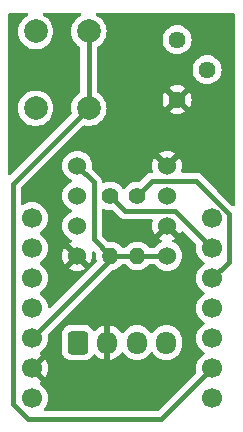
<source format=gbr>
%TF.GenerationSoftware,KiCad,Pcbnew,7.0.9*%
%TF.CreationDate,2024-03-04T02:30:35+09:00*%
%TF.ProjectId,Gyro_Backup,4779726f-5f42-4616-936b-75702e6b6963,rev?*%
%TF.SameCoordinates,Original*%
%TF.FileFunction,Copper,L2,Bot*%
%TF.FilePolarity,Positive*%
%FSLAX46Y46*%
G04 Gerber Fmt 4.6, Leading zero omitted, Abs format (unit mm)*
G04 Created by KiCad (PCBNEW 7.0.9) date 2024-03-04 02:30:35*
%MOMM*%
%LPD*%
G01*
G04 APERTURE LIST*
G04 Aperture macros list*
%AMRoundRect*
0 Rectangle with rounded corners*
0 $1 Rounding radius*
0 $2 $3 $4 $5 $6 $7 $8 $9 X,Y pos of 4 corners*
0 Add a 4 corners polygon primitive as box body*
4,1,4,$2,$3,$4,$5,$6,$7,$8,$9,$2,$3,0*
0 Add four circle primitives for the rounded corners*
1,1,$1+$1,$2,$3*
1,1,$1+$1,$4,$5*
1,1,$1+$1,$6,$7*
1,1,$1+$1,$8,$9*
0 Add four rect primitives between the rounded corners*
20,1,$1+$1,$2,$3,$4,$5,0*
20,1,$1+$1,$4,$5,$6,$7,0*
20,1,$1+$1,$6,$7,$8,$9,0*
20,1,$1+$1,$8,$9,$2,$3,0*%
G04 Aperture macros list end*
%TA.AperFunction,ComponentPad*%
%ADD10C,1.524000*%
%TD*%
%TA.AperFunction,ComponentPad*%
%ADD11C,1.700000*%
%TD*%
%TA.AperFunction,ComponentPad*%
%ADD12C,1.400000*%
%TD*%
%TA.AperFunction,ComponentPad*%
%ADD13O,1.400000X1.400000*%
%TD*%
%TA.AperFunction,ComponentPad*%
%ADD14RoundRect,0.250000X-0.600000X-0.725000X0.600000X-0.725000X0.600000X0.725000X-0.600000X0.725000X0*%
%TD*%
%TA.AperFunction,ComponentPad*%
%ADD15O,1.700000X1.950000*%
%TD*%
%TA.AperFunction,ComponentPad*%
%ADD16C,2.000000*%
%TD*%
%TA.AperFunction,ComponentPad*%
%ADD17C,1.440000*%
%TD*%
%TA.AperFunction,ViaPad*%
%ADD18C,0.800000*%
%TD*%
%TA.AperFunction,Conductor*%
%ADD19C,0.400000*%
%TD*%
G04 APERTURE END LIST*
D10*
%TO.P,U3,1,VCC*%
%TO.N,+3.3V*%
X142240000Y-78994000D03*
%TO.P,U3,2,SCL*%
%TO.N,SCL*%
X142240000Y-81534000D03*
%TO.P,U3,3,SDA*%
%TO.N,SDA*%
X142240000Y-84074000D03*
%TO.P,U3,4,SA0*%
%TO.N,GND*%
X142240000Y-86614000D03*
%TO.P,U3,5,GND*%
X149860000Y-78994000D03*
%TO.P,U3,6,INT1*%
X149860000Y-81534000D03*
%TO.P,U3,7,INT2*%
X149860000Y-84074000D03*
%TO.P,U3,8,CS*%
%TO.N,+3.3V*%
X149860000Y-86614000D03*
%TD*%
D11*
%TO.P,U2,1,PA02_A0_D0*%
%TO.N,Net-(U2-PA02_A0_D0)*%
X153669131Y-98666300D03*
%TO.P,U2,2,PA4_A1_D1*%
%TO.N,Net-(U2-PA4_A1_D1)*%
X153669131Y-96126300D03*
%TO.P,U2,3,PA10_A2_D2*%
%TO.N,unconnected-(U2-PA10_A2_D2-Pad3)*%
X153669131Y-93586300D03*
%TO.P,U2,4,PA11_A3_D3*%
%TO.N,unconnected-(U2-PA11_A3_D3-Pad4)*%
X153669131Y-91046300D03*
%TO.P,U2,5,PA8_A4_D4_SDA*%
%TO.N,SDA*%
X153669131Y-88506300D03*
%TO.P,U2,6,PA9_A5_D5_SCL*%
%TO.N,SCL*%
X153669131Y-85966300D03*
%TO.P,U2,7,PB08_A6_D6_TX*%
%TO.N,RX*%
X153669131Y-83426300D03*
%TO.P,U2,8,PB09_A7_D7_RX*%
%TO.N,TX*%
X138429131Y-83426300D03*
%TO.P,U2,9,PA7_A8_D8_SCK*%
%TO.N,unconnected-(U2-PA7_A8_D8_SCK-Pad9)*%
X138429131Y-85966300D03*
%TO.P,U2,10,PA5_A9_D9_MISO*%
%TO.N,unconnected-(U2-PA5_A9_D9_MISO-Pad10)*%
X138429131Y-88506300D03*
%TO.P,U2,11,PA6_A10_D10_MOSI*%
%TO.N,unconnected-(U2-PA6_A10_D10_MOSI-Pad11)*%
X138429131Y-91046300D03*
%TO.P,U2,12,3V3*%
%TO.N,+3.3V*%
X138429131Y-93586300D03*
%TO.P,U2,13,GND*%
%TO.N,GND*%
X138429131Y-96126300D03*
%TO.P,U2,14,5V*%
%TO.N,+5V*%
X138429131Y-98666300D03*
%TD*%
D12*
%TO.P,R2,1*%
%TO.N,SDA*%
X147320000Y-81534000D03*
D13*
%TO.P,R2,2*%
%TO.N,+3.3V*%
X147320000Y-86614000D03*
%TD*%
D12*
%TO.P,R1,1*%
%TO.N,SCL*%
X145034000Y-81534000D03*
D13*
%TO.P,R1,2*%
%TO.N,+3.3V*%
X145034000Y-86614000D03*
%TD*%
D14*
%TO.P,J1,1,Pin_1*%
%TO.N,+5V*%
X142300000Y-93959000D03*
D15*
%TO.P,J1,2,Pin_2*%
%TO.N,GND*%
X144800000Y-93959000D03*
%TO.P,J1,3,Pin_3*%
%TO.N,TX*%
X147300000Y-93959000D03*
%TO.P,J1,4,Pin_4*%
%TO.N,RX*%
X149800000Y-93959000D03*
%TD*%
D16*
%TO.P,SW1,1,1*%
%TO.N,+3.3V*%
X138720000Y-74116000D03*
X138720000Y-67616000D03*
%TO.P,SW1,2,2*%
%TO.N,Net-(U2-PA4_A1_D1)*%
X143220000Y-74116000D03*
X143220000Y-67616000D03*
%TD*%
D17*
%TO.P,RV1,1,1*%
%TO.N,GND*%
X150697000Y-73391000D03*
%TO.P,RV1,2,2*%
%TO.N,Net-(U2-PA02_A0_D0)*%
X153237000Y-70851000D03*
%TO.P,RV1,3,3*%
%TO.N,+3.3V*%
X150697000Y-68311000D03*
%TD*%
D18*
%TO.N,GND*%
X140970000Y-70866000D03*
X154940000Y-69342000D03*
X147066000Y-67691000D03*
X153289000Y-73406000D03*
X137033000Y-78232000D03*
X145796000Y-74295000D03*
X153797000Y-79756000D03*
X138049000Y-81280000D03*
X140335000Y-78867000D03*
X146177000Y-80010000D03*
X140589000Y-82804000D03*
X146177000Y-84455000D03*
X140335000Y-89408000D03*
X140335000Y-94234000D03*
X142621000Y-91186000D03*
X149733000Y-88646000D03*
X146177000Y-88265000D03*
X148590000Y-92202000D03*
X151765000Y-94742000D03*
X148590000Y-98806000D03*
X140970000Y-98806000D03*
%TD*%
D19*
%TO.N,Net-(U2-PA4_A1_D1)*%
X143220000Y-74116000D02*
X143220000Y-67616000D01*
X143220000Y-74116000D02*
X136779000Y-80557000D01*
X136779000Y-99187000D02*
X138049000Y-100457000D01*
X136779000Y-80557000D02*
X136779000Y-99187000D01*
X138049000Y-100457000D02*
X149338431Y-100457000D01*
X149338431Y-100457000D02*
X153669131Y-96126300D01*
%TO.N,+3.3V*%
X145034000Y-86614000D02*
X143637000Y-85217000D01*
X143637000Y-85217000D02*
X143637000Y-80391000D01*
X143637000Y-80391000D02*
X142240000Y-78994000D01*
X145034000Y-86614000D02*
X149860000Y-86614000D01*
X138429131Y-93586300D02*
X145034000Y-86981431D01*
X145034000Y-86981431D02*
X145034000Y-86614000D01*
%TO.N,SCL*%
X146304000Y-82804000D02*
X150506831Y-82804000D01*
X150506831Y-82804000D02*
X153669131Y-85966300D01*
X145034000Y-81534000D02*
X146304000Y-82804000D01*
%TO.N,SDA*%
X147320000Y-81534000D02*
X148590000Y-80264000D01*
X148590000Y-80264000D02*
X152274598Y-80264000D01*
X152274598Y-80264000D02*
X155067000Y-83056402D01*
X155067000Y-83056402D02*
X155067000Y-87108431D01*
X155067000Y-87108431D02*
X153669131Y-88506300D01*
%TD*%
%TA.AperFunction,Conductor*%
%TO.N,GND*%
G36*
X150911741Y-84772187D02*
G01*
X150911742Y-84772186D01*
X150957093Y-84707420D01*
X150957095Y-84707417D01*
X151029333Y-84552500D01*
X151075505Y-84500061D01*
X151142699Y-84480908D01*
X151209580Y-84501123D01*
X151229397Y-84517223D01*
X152306479Y-85594305D01*
X152339964Y-85655628D01*
X152338573Y-85714078D01*
X152334070Y-85730884D01*
X152334067Y-85730897D01*
X152313472Y-85966299D01*
X152313472Y-85966300D01*
X152334067Y-86201703D01*
X152334069Y-86201713D01*
X152395225Y-86429955D01*
X152395227Y-86429959D01*
X152395228Y-86429963D01*
X152466172Y-86582102D01*
X152495096Y-86644130D01*
X152495098Y-86644134D01*
X152582644Y-86769162D01*
X152629121Y-86835538D01*
X152630632Y-86837695D01*
X152630637Y-86837702D01*
X152797728Y-87004793D01*
X152797734Y-87004798D01*
X152983289Y-87134725D01*
X153026914Y-87189302D01*
X153034108Y-87258800D01*
X153002585Y-87321155D01*
X152983289Y-87337875D01*
X152797728Y-87467805D01*
X152630636Y-87634897D01*
X152495096Y-87828469D01*
X152495095Y-87828471D01*
X152395229Y-88042635D01*
X152395225Y-88042644D01*
X152334069Y-88270886D01*
X152334067Y-88270896D01*
X152313472Y-88506299D01*
X152313472Y-88506300D01*
X152334067Y-88741703D01*
X152334069Y-88741713D01*
X152395225Y-88969955D01*
X152395227Y-88969959D01*
X152395228Y-88969963D01*
X152495096Y-89184130D01*
X152495098Y-89184134D01*
X152630632Y-89377695D01*
X152630637Y-89377702D01*
X152797728Y-89544793D01*
X152797734Y-89544798D01*
X152983289Y-89674725D01*
X153026914Y-89729302D01*
X153034108Y-89798800D01*
X153002585Y-89861155D01*
X152983289Y-89877875D01*
X152797728Y-90007805D01*
X152630636Y-90174897D01*
X152495096Y-90368469D01*
X152495095Y-90368471D01*
X152395229Y-90582635D01*
X152395225Y-90582644D01*
X152334069Y-90810886D01*
X152334067Y-90810896D01*
X152313472Y-91046299D01*
X152313472Y-91046300D01*
X152334067Y-91281703D01*
X152334069Y-91281713D01*
X152395225Y-91509955D01*
X152395227Y-91509959D01*
X152395228Y-91509963D01*
X152495096Y-91724130D01*
X152495098Y-91724134D01*
X152630632Y-91917695D01*
X152630637Y-91917702D01*
X152797728Y-92084793D01*
X152797734Y-92084798D01*
X152983289Y-92214725D01*
X153026914Y-92269302D01*
X153034108Y-92338800D01*
X153002585Y-92401155D01*
X152983289Y-92417875D01*
X152797728Y-92547805D01*
X152630636Y-92714897D01*
X152495096Y-92908469D01*
X152495095Y-92908471D01*
X152395229Y-93122635D01*
X152395225Y-93122644D01*
X152334069Y-93350886D01*
X152334067Y-93350896D01*
X152313472Y-93586299D01*
X152313472Y-93586300D01*
X152334067Y-93821703D01*
X152334069Y-93821713D01*
X152395225Y-94049955D01*
X152395227Y-94049959D01*
X152395228Y-94049963D01*
X152495096Y-94264130D01*
X152495098Y-94264134D01*
X152630632Y-94457695D01*
X152630637Y-94457702D01*
X152797728Y-94624793D01*
X152797734Y-94624798D01*
X152983289Y-94754725D01*
X153026914Y-94809302D01*
X153034108Y-94878800D01*
X153002585Y-94941155D01*
X152983289Y-94957875D01*
X152797728Y-95087805D01*
X152630636Y-95254897D01*
X152495096Y-95448469D01*
X152495095Y-95448471D01*
X152395229Y-95662635D01*
X152395225Y-95662644D01*
X152334069Y-95890886D01*
X152334067Y-95890896D01*
X152313472Y-96126299D01*
X152313472Y-96126300D01*
X152334068Y-96361709D01*
X152334068Y-96361710D01*
X152338573Y-96378525D01*
X152336907Y-96448375D01*
X152306478Y-96498294D01*
X149084593Y-99720181D01*
X149023270Y-99753666D01*
X148996912Y-99756500D01*
X139548189Y-99756500D01*
X139481150Y-99736815D01*
X139435395Y-99684011D01*
X139425451Y-99614853D01*
X139454476Y-99551297D01*
X139460508Y-99544819D01*
X139467626Y-99537701D01*
X139603166Y-99344130D01*
X139703034Y-99129963D01*
X139764194Y-98901708D01*
X139784790Y-98666300D01*
X139764194Y-98430892D01*
X139703034Y-98202637D01*
X139603166Y-97988471D01*
X139467626Y-97794899D01*
X139467625Y-97794897D01*
X139300533Y-97627806D01*
X139300532Y-97627805D01*
X139114536Y-97497569D01*
X139070912Y-97442992D01*
X139063719Y-97373493D01*
X139095241Y-97311139D01*
X139114536Y-97294419D01*
X139190504Y-97241225D01*
X138561665Y-96612386D01*
X138571446Y-96610980D01*
X138702231Y-96551252D01*
X138810892Y-96457098D01*
X138888624Y-96336144D01*
X138912207Y-96255824D01*
X139544056Y-96887673D01*
X139544057Y-96887673D01*
X139602729Y-96803882D01*
X139602731Y-96803878D01*
X139702560Y-96589792D01*
X139702564Y-96589783D01*
X139763698Y-96361626D01*
X139763700Y-96361615D01*
X139784288Y-96126301D01*
X139784288Y-96126298D01*
X139763700Y-95890984D01*
X139763698Y-95890973D01*
X139702564Y-95662816D01*
X139702560Y-95662807D01*
X139602731Y-95448723D01*
X139602730Y-95448721D01*
X139544056Y-95364926D01*
X139544056Y-95364925D01*
X138912207Y-95996775D01*
X138888624Y-95916456D01*
X138810892Y-95795502D01*
X138702231Y-95701348D01*
X138571446Y-95641620D01*
X138561664Y-95640213D01*
X139190504Y-95011373D01*
X139190504Y-95011372D01*
X139114536Y-94958180D01*
X139070911Y-94903604D01*
X139063717Y-94834105D01*
X139095239Y-94771751D01*
X139114530Y-94755034D01*
X139144568Y-94734001D01*
X140949500Y-94734001D01*
X140949501Y-94734018D01*
X140960000Y-94836796D01*
X140960001Y-94836799D01*
X140999303Y-94955402D01*
X141015186Y-95003334D01*
X141107288Y-95152656D01*
X141231344Y-95276712D01*
X141380666Y-95368814D01*
X141547203Y-95423999D01*
X141649991Y-95434500D01*
X142950008Y-95434499D01*
X143052797Y-95423999D01*
X143219334Y-95368814D01*
X143368656Y-95276712D01*
X143492712Y-95152656D01*
X143584814Y-95003334D01*
X143584814Y-95003333D01*
X143588448Y-94997442D01*
X143640396Y-94950717D01*
X143709358Y-94939494D01*
X143773441Y-94967337D01*
X143781668Y-94974856D01*
X143928921Y-95122108D01*
X144122421Y-95257600D01*
X144336507Y-95357429D01*
X144336516Y-95357433D01*
X144550000Y-95414634D01*
X144550000Y-94367018D01*
X144664801Y-94419446D01*
X144766025Y-94434000D01*
X144833975Y-94434000D01*
X144935199Y-94419446D01*
X145050000Y-94367018D01*
X145050000Y-95414633D01*
X145263483Y-95357433D01*
X145263492Y-95357429D01*
X145477577Y-95257600D01*
X145477579Y-95257599D01*
X145671073Y-95122113D01*
X145671079Y-95122108D01*
X145838108Y-94955079D01*
X145838113Y-94955073D01*
X145948119Y-94797967D01*
X146002695Y-94754342D01*
X146072194Y-94747148D01*
X146134549Y-94778670D01*
X146151269Y-94797967D01*
X146261505Y-94955402D01*
X146393905Y-95087801D01*
X146428599Y-95122495D01*
X146471675Y-95152657D01*
X146622165Y-95258032D01*
X146622167Y-95258033D01*
X146622170Y-95258035D01*
X146836337Y-95357903D01*
X146836343Y-95357904D01*
X146836344Y-95357905D01*
X146877050Y-95368812D01*
X147064592Y-95419063D01*
X147241034Y-95434500D01*
X147299999Y-95439659D01*
X147300000Y-95439659D01*
X147300001Y-95439659D01*
X147358966Y-95434500D01*
X147535408Y-95419063D01*
X147763663Y-95357903D01*
X147977829Y-95258035D01*
X148171401Y-95122495D01*
X148338495Y-94955401D01*
X148448426Y-94798401D01*
X148503001Y-94754778D01*
X148572500Y-94747584D01*
X148634855Y-94779106D01*
X148651571Y-94798398D01*
X148692114Y-94856300D01*
X148761506Y-94955403D01*
X148893905Y-95087801D01*
X148928599Y-95122495D01*
X148971675Y-95152657D01*
X149122165Y-95258032D01*
X149122167Y-95258033D01*
X149122170Y-95258035D01*
X149336337Y-95357903D01*
X149336343Y-95357904D01*
X149336344Y-95357905D01*
X149377050Y-95368812D01*
X149564592Y-95419063D01*
X149741034Y-95434500D01*
X149799999Y-95439659D01*
X149800000Y-95439659D01*
X149800001Y-95439659D01*
X149858966Y-95434500D01*
X150035408Y-95419063D01*
X150263663Y-95357903D01*
X150477829Y-95258035D01*
X150671401Y-95122495D01*
X150838495Y-94955401D01*
X150974035Y-94761829D01*
X151073903Y-94547663D01*
X151135063Y-94319408D01*
X151150500Y-94142966D01*
X151150500Y-93775034D01*
X151135063Y-93598592D01*
X151073903Y-93370337D01*
X150974035Y-93156171D01*
X150961936Y-93138891D01*
X150838494Y-92962597D01*
X150671402Y-92795506D01*
X150671395Y-92795501D01*
X150477834Y-92659967D01*
X150477830Y-92659965D01*
X150405067Y-92626035D01*
X150263663Y-92560097D01*
X150263659Y-92560096D01*
X150263655Y-92560094D01*
X150035413Y-92498938D01*
X150035403Y-92498936D01*
X149800001Y-92478341D01*
X149799999Y-92478341D01*
X149564596Y-92498936D01*
X149564586Y-92498938D01*
X149336344Y-92560094D01*
X149336335Y-92560098D01*
X149122171Y-92659964D01*
X149122169Y-92659965D01*
X148928597Y-92795505D01*
X148761505Y-92962597D01*
X148651575Y-93119595D01*
X148596998Y-93163220D01*
X148527500Y-93170414D01*
X148465145Y-93138891D01*
X148448425Y-93119595D01*
X148338494Y-92962597D01*
X148171402Y-92795506D01*
X148171395Y-92795501D01*
X147977834Y-92659967D01*
X147977830Y-92659965D01*
X147905067Y-92626035D01*
X147763663Y-92560097D01*
X147763659Y-92560096D01*
X147763655Y-92560094D01*
X147535413Y-92498938D01*
X147535403Y-92498936D01*
X147300001Y-92478341D01*
X147299999Y-92478341D01*
X147064596Y-92498936D01*
X147064586Y-92498938D01*
X146836344Y-92560094D01*
X146836335Y-92560098D01*
X146622171Y-92659964D01*
X146622169Y-92659965D01*
X146428597Y-92795505D01*
X146261508Y-92962594D01*
X146151269Y-93120032D01*
X146096692Y-93163656D01*
X146027193Y-93170849D01*
X145964839Y-93139327D01*
X145948119Y-93120031D01*
X145838113Y-92962926D01*
X145838108Y-92962920D01*
X145671082Y-92795894D01*
X145477578Y-92660399D01*
X145263492Y-92560570D01*
X145263486Y-92560567D01*
X145050000Y-92503364D01*
X145050000Y-93550981D01*
X144935199Y-93498554D01*
X144833975Y-93484000D01*
X144766025Y-93484000D01*
X144664801Y-93498554D01*
X144550000Y-93550981D01*
X144550000Y-92503364D01*
X144549999Y-92503364D01*
X144336513Y-92560567D01*
X144336507Y-92560570D01*
X144122422Y-92660399D01*
X144122420Y-92660400D01*
X143928926Y-92795886D01*
X143781668Y-92943144D01*
X143720345Y-92976628D01*
X143650653Y-92971644D01*
X143594720Y-92929772D01*
X143588448Y-92920558D01*
X143492712Y-92765344D01*
X143368657Y-92641289D01*
X143368656Y-92641288D01*
X143237786Y-92560567D01*
X143219336Y-92549187D01*
X143219331Y-92549185D01*
X143215154Y-92547801D01*
X143052797Y-92494001D01*
X143052795Y-92494000D01*
X142950010Y-92483500D01*
X141649998Y-92483500D01*
X141649981Y-92483501D01*
X141547203Y-92494000D01*
X141547200Y-92494001D01*
X141380668Y-92549185D01*
X141380663Y-92549187D01*
X141231342Y-92641289D01*
X141107289Y-92765342D01*
X141015187Y-92914663D01*
X141015185Y-92914668D01*
X140999196Y-92962920D01*
X140960001Y-93081203D01*
X140960001Y-93081204D01*
X140960000Y-93081204D01*
X140949500Y-93183983D01*
X140949500Y-94734001D01*
X139144568Y-94734001D01*
X139300532Y-94624795D01*
X139467626Y-94457701D01*
X139603166Y-94264130D01*
X139703034Y-94049963D01*
X139764194Y-93821708D01*
X139784790Y-93586300D01*
X139764194Y-93350892D01*
X139759689Y-93334079D01*
X139761350Y-93264232D01*
X139791780Y-93214306D01*
X145175092Y-87830994D01*
X145236413Y-87797511D01*
X145239940Y-87796797D01*
X145363940Y-87773618D01*
X145571401Y-87693247D01*
X145760562Y-87576124D01*
X145900282Y-87448751D01*
X145924979Y-87426238D01*
X145972151Y-87363773D01*
X146028260Y-87322137D01*
X146071105Y-87314500D01*
X146282895Y-87314500D01*
X146349934Y-87334185D01*
X146381849Y-87363773D01*
X146429020Y-87426238D01*
X146536014Y-87523775D01*
X146590014Y-87573003D01*
X146593437Y-87576123D01*
X146593439Y-87576125D01*
X146782595Y-87693245D01*
X146782596Y-87693245D01*
X146782599Y-87693247D01*
X146990060Y-87773618D01*
X147208757Y-87814500D01*
X147208759Y-87814500D01*
X147431241Y-87814500D01*
X147431243Y-87814500D01*
X147649940Y-87773618D01*
X147857401Y-87693247D01*
X148046562Y-87576124D01*
X148186282Y-87448751D01*
X148210979Y-87426238D01*
X148258151Y-87363773D01*
X148314260Y-87322137D01*
X148357105Y-87314500D01*
X148744716Y-87314500D01*
X148811755Y-87334185D01*
X148846290Y-87367376D01*
X148889174Y-87428620D01*
X149045378Y-87584824D01*
X149045384Y-87584829D01*
X149226333Y-87711531D01*
X149226335Y-87711532D01*
X149226338Y-87711534D01*
X149426550Y-87804894D01*
X149639932Y-87862070D01*
X149797123Y-87875822D01*
X149859998Y-87881323D01*
X149860000Y-87881323D01*
X149860002Y-87881323D01*
X149915017Y-87876509D01*
X150080068Y-87862070D01*
X150293450Y-87804894D01*
X150493662Y-87711534D01*
X150674620Y-87584826D01*
X150830826Y-87428620D01*
X150957534Y-87247662D01*
X151050894Y-87047450D01*
X151108070Y-86834068D01*
X151127323Y-86614000D01*
X151124532Y-86582102D01*
X151111222Y-86429963D01*
X151108070Y-86393932D01*
X151050894Y-86180550D01*
X150957534Y-85980339D01*
X150873709Y-85860623D01*
X150830827Y-85799381D01*
X150758737Y-85727291D01*
X150674620Y-85643174D01*
X150674616Y-85643171D01*
X150674615Y-85643170D01*
X150493666Y-85516468D01*
X150493658Y-85516464D01*
X150364219Y-85456106D01*
X150311779Y-85409934D01*
X150292627Y-85342741D01*
X150312843Y-85275859D01*
X150364219Y-85231342D01*
X150493408Y-85171100D01*
X150493420Y-85171093D01*
X150558186Y-85125742D01*
X150558187Y-85125740D01*
X149887448Y-84455000D01*
X149891569Y-84455000D01*
X149985421Y-84439339D01*
X150097251Y-84378820D01*
X150183371Y-84285269D01*
X150234448Y-84168823D01*
X150240105Y-84100551D01*
X150911741Y-84772187D01*
G37*
%TD.AperFunction*%
%TA.AperFunction,Conductor*%
G36*
X155540539Y-66059685D02*
G01*
X155586294Y-66112489D01*
X155597500Y-66164000D01*
X155597500Y-82296883D01*
X155577815Y-82363922D01*
X155525011Y-82409677D01*
X155455853Y-82419621D01*
X155392297Y-82390596D01*
X155385819Y-82384564D01*
X154099727Y-81098472D01*
X152786196Y-79784941D01*
X152783662Y-79782250D01*
X152742527Y-79735817D01*
X152742526Y-79735816D01*
X152742522Y-79735812D01*
X152691494Y-79700591D01*
X152688485Y-79698377D01*
X152639658Y-79660124D01*
X152639653Y-79660120D01*
X152630411Y-79655961D01*
X152610864Y-79644936D01*
X152609255Y-79643826D01*
X152602528Y-79639182D01*
X152544539Y-79617189D01*
X152541088Y-79615759D01*
X152484528Y-79590304D01*
X152474544Y-79588474D01*
X152452941Y-79582451D01*
X152443472Y-79578860D01*
X152443468Y-79578859D01*
X152381911Y-79571384D01*
X152378210Y-79570821D01*
X152317206Y-79559642D01*
X152317201Y-79559642D01*
X152255295Y-79563387D01*
X152251550Y-79563500D01*
X151175522Y-79563500D01*
X151108483Y-79543815D01*
X151062728Y-79491011D01*
X151052784Y-79421853D01*
X151055747Y-79407407D01*
X151107573Y-79213986D01*
X151107575Y-79213976D01*
X151126821Y-78994000D01*
X151126821Y-78993999D01*
X151107575Y-78774023D01*
X151107573Y-78774013D01*
X151050424Y-78560729D01*
X151050420Y-78560720D01*
X150957098Y-78360590D01*
X150911740Y-78295811D01*
X150244903Y-78962647D01*
X150244949Y-78962102D01*
X150213734Y-78838838D01*
X150144187Y-78732388D01*
X150043843Y-78654287D01*
X149923578Y-78613000D01*
X149887447Y-78613000D01*
X150558187Y-77942258D01*
X150493409Y-77896900D01*
X150493407Y-77896899D01*
X150293284Y-77803580D01*
X150293270Y-77803575D01*
X150079986Y-77746426D01*
X150079976Y-77746424D01*
X149860001Y-77727179D01*
X149859999Y-77727179D01*
X149640023Y-77746424D01*
X149640013Y-77746426D01*
X149426729Y-77803575D01*
X149426720Y-77803579D01*
X149226586Y-77896903D01*
X149161812Y-77942257D01*
X149161811Y-77942258D01*
X149832554Y-78613000D01*
X149828431Y-78613000D01*
X149734579Y-78628661D01*
X149622749Y-78689180D01*
X149536629Y-78782731D01*
X149485552Y-78899177D01*
X149479894Y-78967448D01*
X148808258Y-78295812D01*
X148808257Y-78295812D01*
X148762903Y-78360586D01*
X148669579Y-78560720D01*
X148669575Y-78560729D01*
X148612426Y-78774013D01*
X148612424Y-78774023D01*
X148593179Y-78993999D01*
X148593179Y-78994000D01*
X148612424Y-79213976D01*
X148612426Y-79213986D01*
X148663222Y-79403561D01*
X148661559Y-79473411D01*
X148622396Y-79531273D01*
X148558168Y-79558777D01*
X148550946Y-79559427D01*
X148547398Y-79559641D01*
X148486402Y-79570819D01*
X148482701Y-79571382D01*
X148421125Y-79578860D01*
X148411642Y-79582456D01*
X148390038Y-79588478D01*
X148388535Y-79588754D01*
X148380065Y-79590306D01*
X148323522Y-79615754D01*
X148320063Y-79617187D01*
X148283867Y-79630915D01*
X148262070Y-79639182D01*
X148262068Y-79639183D01*
X148262066Y-79639184D01*
X148262061Y-79639186D01*
X148253722Y-79644942D01*
X148234190Y-79655959D01*
X148224946Y-79660120D01*
X148224944Y-79660121D01*
X148224943Y-79660122D01*
X148195244Y-79683388D01*
X148176124Y-79698368D01*
X148173109Y-79700586D01*
X148122068Y-79735818D01*
X148080942Y-79782240D01*
X148078375Y-79784966D01*
X147560531Y-80302810D01*
X147499208Y-80336295D01*
X147450070Y-80337019D01*
X147442968Y-80335691D01*
X147431243Y-80333500D01*
X147208757Y-80333500D01*
X146990060Y-80374382D01*
X146954578Y-80388128D01*
X146782601Y-80454752D01*
X146782595Y-80454754D01*
X146593439Y-80571874D01*
X146593437Y-80571876D01*
X146429020Y-80721761D01*
X146294943Y-80899308D01*
X146294940Y-80899313D01*
X146288000Y-80913252D01*
X146240496Y-80964488D01*
X146172833Y-80981909D01*
X146106493Y-80959983D01*
X146066000Y-80913252D01*
X146059059Y-80899313D01*
X146059056Y-80899308D01*
X145924979Y-80721761D01*
X145760562Y-80571876D01*
X145760560Y-80571874D01*
X145571404Y-80454754D01*
X145571398Y-80454752D01*
X145363940Y-80374382D01*
X145145243Y-80333500D01*
X144922757Y-80333500D01*
X144704060Y-80374382D01*
X144704057Y-80374382D01*
X144704057Y-80374383D01*
X144509513Y-80449749D01*
X144439890Y-80455611D01*
X144378150Y-80422900D01*
X144343895Y-80362004D01*
X144342988Y-80355719D01*
X144342709Y-80355771D01*
X144330178Y-80287393D01*
X144329615Y-80283689D01*
X144322140Y-80222129D01*
X144322139Y-80222125D01*
X144318546Y-80212651D01*
X144312519Y-80191029D01*
X144310694Y-80181070D01*
X144310694Y-80181068D01*
X144285239Y-80124512D01*
X144283809Y-80121057D01*
X144261818Y-80063070D01*
X144256059Y-80054727D01*
X144245030Y-80035172D01*
X144240877Y-80025943D01*
X144240874Y-80025938D01*
X144202633Y-79977127D01*
X144200413Y-79974110D01*
X144182282Y-79947843D01*
X144165183Y-79923071D01*
X144118750Y-79881935D01*
X144116056Y-79879399D01*
X143525951Y-79289294D01*
X143492466Y-79227971D01*
X143490104Y-79190812D01*
X143507323Y-78994000D01*
X143504532Y-78962102D01*
X143493748Y-78838838D01*
X143488070Y-78773932D01*
X143430894Y-78560550D01*
X143337534Y-78360339D01*
X143210826Y-78179380D01*
X143054620Y-78023174D01*
X143054616Y-78023171D01*
X143054615Y-78023170D01*
X142873666Y-77896468D01*
X142873662Y-77896466D01*
X142873660Y-77896465D01*
X142673450Y-77803106D01*
X142673447Y-77803105D01*
X142673445Y-77803104D01*
X142460070Y-77745930D01*
X142460062Y-77745929D01*
X142240002Y-77726677D01*
X142239998Y-77726677D01*
X142019937Y-77745929D01*
X142019929Y-77745930D01*
X141806554Y-77803104D01*
X141806548Y-77803107D01*
X141606340Y-77896465D01*
X141606338Y-77896466D01*
X141425377Y-78023175D01*
X141269175Y-78179377D01*
X141142466Y-78360338D01*
X141142465Y-78360340D01*
X141049107Y-78560548D01*
X141049104Y-78560554D01*
X140991930Y-78773929D01*
X140991929Y-78773937D01*
X140972677Y-78993997D01*
X140972677Y-78994002D01*
X140991929Y-79214062D01*
X140991930Y-79214070D01*
X141049104Y-79427445D01*
X141049105Y-79427447D01*
X141049106Y-79427450D01*
X141124195Y-79588479D01*
X141142466Y-79627662D01*
X141142468Y-79627666D01*
X141269170Y-79808615D01*
X141269175Y-79808621D01*
X141425378Y-79964824D01*
X141425384Y-79964829D01*
X141606333Y-80091531D01*
X141606335Y-80091532D01*
X141606338Y-80091534D01*
X141677077Y-80124520D01*
X141735189Y-80151618D01*
X141787628Y-80197790D01*
X141806780Y-80264984D01*
X141786564Y-80331865D01*
X141735189Y-80376382D01*
X141606340Y-80436465D01*
X141606338Y-80436466D01*
X141425377Y-80563175D01*
X141269175Y-80719377D01*
X141142466Y-80900338D01*
X141142465Y-80900340D01*
X141049107Y-81100548D01*
X141049104Y-81100554D01*
X140991930Y-81313929D01*
X140991929Y-81313937D01*
X140972677Y-81533997D01*
X140972677Y-81534002D01*
X140991929Y-81754062D01*
X140991930Y-81754070D01*
X141049104Y-81967445D01*
X141049105Y-81967447D01*
X141049106Y-81967450D01*
X141137275Y-82156529D01*
X141142466Y-82167662D01*
X141142468Y-82167666D01*
X141269170Y-82348615D01*
X141269175Y-82348621D01*
X141425378Y-82504824D01*
X141425384Y-82504829D01*
X141606333Y-82631531D01*
X141606335Y-82631532D01*
X141606338Y-82631534D01*
X141679372Y-82665590D01*
X141735189Y-82691618D01*
X141787628Y-82737790D01*
X141806780Y-82804984D01*
X141786564Y-82871865D01*
X141735189Y-82916382D01*
X141606340Y-82976465D01*
X141606338Y-82976466D01*
X141425377Y-83103175D01*
X141269175Y-83259377D01*
X141142466Y-83440338D01*
X141142465Y-83440340D01*
X141049107Y-83640548D01*
X141049104Y-83640554D01*
X140991930Y-83853929D01*
X140991929Y-83853937D01*
X140972677Y-84073997D01*
X140972677Y-84074002D01*
X140991929Y-84294062D01*
X140991930Y-84294070D01*
X141049104Y-84507445D01*
X141049105Y-84507447D01*
X141049106Y-84507450D01*
X141126676Y-84673800D01*
X141142466Y-84707662D01*
X141142468Y-84707666D01*
X141269170Y-84888615D01*
X141269175Y-84888621D01*
X141425378Y-85044824D01*
X141425384Y-85044829D01*
X141606333Y-85171531D01*
X141606335Y-85171532D01*
X141606338Y-85171534D01*
X141734597Y-85231342D01*
X141735781Y-85231894D01*
X141788220Y-85278066D01*
X141807372Y-85345260D01*
X141787156Y-85412141D01*
X141735781Y-85456658D01*
X141606586Y-85516903D01*
X141541812Y-85562257D01*
X141541811Y-85562258D01*
X142212553Y-86233000D01*
X142208431Y-86233000D01*
X142114579Y-86248661D01*
X142002749Y-86309180D01*
X141916629Y-86402731D01*
X141865552Y-86519177D01*
X141859894Y-86587447D01*
X141188258Y-85915811D01*
X141188257Y-85915812D01*
X141142903Y-85980586D01*
X141049579Y-86180720D01*
X141049575Y-86180729D01*
X140992426Y-86394013D01*
X140992424Y-86394023D01*
X140973179Y-86613999D01*
X140973179Y-86614000D01*
X140992424Y-86833976D01*
X140992426Y-86833986D01*
X141049575Y-87047270D01*
X141049580Y-87047284D01*
X141142899Y-87247407D01*
X141142900Y-87247409D01*
X141188258Y-87312187D01*
X141855096Y-86645349D01*
X141855051Y-86645898D01*
X141886266Y-86769162D01*
X141955813Y-86875612D01*
X142056157Y-86953713D01*
X142176422Y-86995000D01*
X142212553Y-86995000D01*
X141541811Y-87665741D01*
X141606582Y-87711094D01*
X141606592Y-87711100D01*
X141806715Y-87804419D01*
X141806729Y-87804424D01*
X142020013Y-87861573D01*
X142020023Y-87861575D01*
X142239999Y-87880821D01*
X142240001Y-87880821D01*
X142459976Y-87861575D01*
X142459986Y-87861573D01*
X142673270Y-87804424D01*
X142673284Y-87804419D01*
X142873408Y-87711100D01*
X142873420Y-87711093D01*
X142938186Y-87665742D01*
X142938187Y-87665740D01*
X142267448Y-86995000D01*
X142271569Y-86995000D01*
X142365421Y-86979339D01*
X142477251Y-86918820D01*
X142563371Y-86825269D01*
X142614448Y-86708823D01*
X142620105Y-86640552D01*
X143291741Y-87312187D01*
X143291742Y-87312186D01*
X143337093Y-87247420D01*
X143337100Y-87247408D01*
X143430419Y-87047284D01*
X143430424Y-87047270D01*
X143487573Y-86833986D01*
X143487575Y-86833976D01*
X143506821Y-86614000D01*
X143506821Y-86613999D01*
X143487575Y-86394023D01*
X143487574Y-86394016D01*
X143484443Y-86382333D01*
X143486104Y-86312483D01*
X143525264Y-86254620D01*
X143589492Y-86227113D01*
X143658395Y-86238698D01*
X143691898Y-86262555D01*
X143805427Y-86376084D01*
X143838912Y-86437407D01*
X143841217Y-86475205D01*
X143828357Y-86613998D01*
X143828357Y-86614000D01*
X143848884Y-86835535D01*
X143848885Y-86835538D01*
X143904331Y-87030411D01*
X143903744Y-87100278D01*
X143872746Y-87152026D01*
X139988404Y-91036368D01*
X139927081Y-91069853D01*
X139857389Y-91064869D01*
X139801456Y-91022997D01*
X139777195Y-90959494D01*
X139764194Y-90810897D01*
X139764194Y-90810896D01*
X139764194Y-90810892D01*
X139703034Y-90582637D01*
X139603166Y-90368471D01*
X139467626Y-90174899D01*
X139467625Y-90174897D01*
X139300533Y-90007806D01*
X139300527Y-90007801D01*
X139114973Y-89877875D01*
X139071348Y-89823298D01*
X139064154Y-89753800D01*
X139095677Y-89691445D01*
X139114973Y-89674725D01*
X139137157Y-89659191D01*
X139300532Y-89544795D01*
X139467626Y-89377701D01*
X139603166Y-89184130D01*
X139703034Y-88969963D01*
X139764194Y-88741708D01*
X139784790Y-88506300D01*
X139764194Y-88270892D01*
X139703034Y-88042637D01*
X139603166Y-87828471D01*
X139593384Y-87814500D01*
X139467625Y-87634897D01*
X139300533Y-87467806D01*
X139300527Y-87467801D01*
X139114973Y-87337875D01*
X139071348Y-87283298D01*
X139064154Y-87213800D01*
X139095677Y-87151445D01*
X139114973Y-87134725D01*
X139182743Y-87087272D01*
X139300532Y-87004795D01*
X139467626Y-86837701D01*
X139603166Y-86644130D01*
X139703034Y-86429963D01*
X139764194Y-86201708D01*
X139784790Y-85966300D01*
X139764194Y-85730892D01*
X139706740Y-85516468D01*
X139703036Y-85502644D01*
X139703035Y-85502643D01*
X139703034Y-85502637D01*
X139603166Y-85288471D01*
X139595881Y-85278066D01*
X139467625Y-85094897D01*
X139300533Y-84927806D01*
X139300527Y-84927801D01*
X139114973Y-84797875D01*
X139071348Y-84743298D01*
X139064154Y-84673800D01*
X139095677Y-84611445D01*
X139114973Y-84594725D01*
X139239614Y-84507450D01*
X139300532Y-84464795D01*
X139467626Y-84297701D01*
X139603166Y-84104130D01*
X139703034Y-83889963D01*
X139764194Y-83661708D01*
X139784790Y-83426300D01*
X139764194Y-83190892D01*
X139716742Y-83013796D01*
X139703036Y-82962644D01*
X139703035Y-82962643D01*
X139703034Y-82962637D01*
X139603166Y-82748471D01*
X139595688Y-82737790D01*
X139467625Y-82554897D01*
X139300533Y-82387806D01*
X139300526Y-82387801D01*
X139106965Y-82252267D01*
X139106961Y-82252265D01*
X139044279Y-82223036D01*
X138892794Y-82152397D01*
X138892790Y-82152396D01*
X138892786Y-82152394D01*
X138664544Y-82091238D01*
X138664534Y-82091236D01*
X138429132Y-82070641D01*
X138429130Y-82070641D01*
X138193727Y-82091236D01*
X138193717Y-82091238D01*
X137965475Y-82152394D01*
X137965466Y-82152398D01*
X137751302Y-82252264D01*
X137751300Y-82252265D01*
X137674623Y-82305955D01*
X137608416Y-82328282D01*
X137540649Y-82311271D01*
X137492837Y-82260323D01*
X137479500Y-82204380D01*
X137479500Y-80898517D01*
X137499185Y-80831478D01*
X137515814Y-80810841D01*
X142721730Y-75604924D01*
X142783051Y-75571441D01*
X142845220Y-75575068D01*
X142845412Y-75574312D01*
X142849352Y-75575309D01*
X142849680Y-75575328D01*
X142850386Y-75575571D01*
X143095665Y-75616500D01*
X143344335Y-75616500D01*
X143589614Y-75575571D01*
X143824810Y-75494828D01*
X144043509Y-75376474D01*
X144239744Y-75223738D01*
X144408164Y-75040785D01*
X144544173Y-74832607D01*
X144644063Y-74604881D01*
X144705108Y-74363821D01*
X144725643Y-74116000D01*
X144720922Y-74059031D01*
X144705109Y-73868187D01*
X144705107Y-73868175D01*
X144644063Y-73627118D01*
X144544173Y-73399393D01*
X144538691Y-73391002D01*
X149472340Y-73391002D01*
X149490944Y-73603654D01*
X149490945Y-73603662D01*
X149546194Y-73809853D01*
X149546197Y-73809859D01*
X149636412Y-74003328D01*
X149636413Y-74003330D01*
X149675415Y-74059030D01*
X149675416Y-74059031D01*
X150299046Y-73435400D01*
X150311835Y-73516148D01*
X150369359Y-73629045D01*
X150458955Y-73718641D01*
X150571852Y-73776165D01*
X150652599Y-73788953D01*
X150028967Y-74412583D01*
X150084670Y-74451586D01*
X150278140Y-74541802D01*
X150278146Y-74541805D01*
X150484337Y-74597054D01*
X150484345Y-74597055D01*
X150696998Y-74615660D01*
X150697002Y-74615660D01*
X150909654Y-74597055D01*
X150909662Y-74597054D01*
X151115853Y-74541805D01*
X151115859Y-74541802D01*
X151309330Y-74451586D01*
X151309336Y-74451582D01*
X151365031Y-74412584D01*
X150741401Y-73788953D01*
X150822148Y-73776165D01*
X150935045Y-73718641D01*
X151024641Y-73629045D01*
X151082165Y-73516148D01*
X151094953Y-73435400D01*
X151718584Y-74059031D01*
X151757582Y-74003336D01*
X151757586Y-74003330D01*
X151847802Y-73809859D01*
X151847805Y-73809853D01*
X151903054Y-73603662D01*
X151903055Y-73603654D01*
X151921660Y-73391002D01*
X151921660Y-73390997D01*
X151903055Y-73178345D01*
X151903054Y-73178337D01*
X151847805Y-72972146D01*
X151847802Y-72972140D01*
X151757586Y-72778670D01*
X151718583Y-72722967D01*
X151094953Y-73346598D01*
X151082165Y-73265852D01*
X151024641Y-73152955D01*
X150935045Y-73063359D01*
X150822148Y-73005835D01*
X150741401Y-72993046D01*
X151365031Y-72369416D01*
X151365030Y-72369415D01*
X151309330Y-72330413D01*
X151309328Y-72330412D01*
X151115859Y-72240197D01*
X151115853Y-72240194D01*
X150909662Y-72184945D01*
X150909654Y-72184944D01*
X150697002Y-72166340D01*
X150696998Y-72166340D01*
X150484345Y-72184944D01*
X150484337Y-72184945D01*
X150278146Y-72240194D01*
X150278140Y-72240197D01*
X150084667Y-72330414D01*
X150028967Y-72369414D01*
X150652599Y-72993046D01*
X150571852Y-73005835D01*
X150458955Y-73063359D01*
X150369359Y-73152955D01*
X150311835Y-73265852D01*
X150299046Y-73346598D01*
X149675415Y-72722967D01*
X149675414Y-72722967D01*
X149636414Y-72778667D01*
X149546197Y-72972140D01*
X149546194Y-72972146D01*
X149490945Y-73178337D01*
X149490944Y-73178345D01*
X149472340Y-73390997D01*
X149472340Y-73391002D01*
X144538691Y-73391002D01*
X144408166Y-73191217D01*
X144290464Y-73063359D01*
X144239744Y-73008262D01*
X144043509Y-72855526D01*
X143985481Y-72824122D01*
X143935891Y-72774904D01*
X143920500Y-72715069D01*
X143920500Y-70851001D01*
X152011838Y-70851001D01*
X152030450Y-71063741D01*
X152030452Y-71063752D01*
X152085721Y-71270022D01*
X152085723Y-71270026D01*
X152085724Y-71270030D01*
X152128171Y-71361058D01*
X152175977Y-71463578D01*
X152298472Y-71638521D01*
X152449478Y-71789527D01*
X152449481Y-71789529D01*
X152624419Y-71912021D01*
X152624421Y-71912022D01*
X152624420Y-71912022D01*
X152688936Y-71942106D01*
X152817970Y-72002276D01*
X153024253Y-72057549D01*
X153176215Y-72070844D01*
X153236998Y-72076162D01*
X153237000Y-72076162D01*
X153237002Y-72076162D01*
X153290186Y-72071508D01*
X153449747Y-72057549D01*
X153656030Y-72002276D01*
X153849581Y-71912021D01*
X154024519Y-71789529D01*
X154175529Y-71638519D01*
X154298021Y-71463581D01*
X154388276Y-71270030D01*
X154443549Y-71063747D01*
X154462162Y-70851000D01*
X154443549Y-70638253D01*
X154388276Y-70431970D01*
X154298021Y-70238419D01*
X154175529Y-70063481D01*
X154175527Y-70063478D01*
X154024521Y-69912472D01*
X153849578Y-69789977D01*
X153849579Y-69789977D01*
X153720547Y-69729809D01*
X153656030Y-69699724D01*
X153656026Y-69699723D01*
X153656022Y-69699721D01*
X153449752Y-69644452D01*
X153449748Y-69644451D01*
X153449747Y-69644451D01*
X153449746Y-69644450D01*
X153449741Y-69644450D01*
X153237002Y-69625838D01*
X153236998Y-69625838D01*
X153024258Y-69644450D01*
X153024247Y-69644452D01*
X152817977Y-69699721D01*
X152817968Y-69699725D01*
X152624421Y-69789977D01*
X152449478Y-69912472D01*
X152298472Y-70063478D01*
X152175977Y-70238421D01*
X152085725Y-70431968D01*
X152085721Y-70431977D01*
X152030452Y-70638247D01*
X152030450Y-70638258D01*
X152011838Y-70850998D01*
X152011838Y-70851001D01*
X143920500Y-70851001D01*
X143920500Y-69016931D01*
X143940185Y-68949892D01*
X143985483Y-68907876D01*
X144043509Y-68876474D01*
X144239744Y-68723738D01*
X144408164Y-68540785D01*
X144544173Y-68332607D01*
X144553650Y-68311001D01*
X149471838Y-68311001D01*
X149490450Y-68523741D01*
X149490452Y-68523752D01*
X149545721Y-68730022D01*
X149545723Y-68730026D01*
X149545724Y-68730030D01*
X149588171Y-68821058D01*
X149635977Y-68923578D01*
X149758472Y-69098521D01*
X149909478Y-69249527D01*
X149909481Y-69249529D01*
X150084419Y-69372021D01*
X150084421Y-69372022D01*
X150084420Y-69372022D01*
X150148936Y-69402106D01*
X150277970Y-69462276D01*
X150484253Y-69517549D01*
X150636215Y-69530844D01*
X150696998Y-69536162D01*
X150697000Y-69536162D01*
X150697002Y-69536162D01*
X150750186Y-69531508D01*
X150909747Y-69517549D01*
X151116030Y-69462276D01*
X151309581Y-69372021D01*
X151484519Y-69249529D01*
X151635529Y-69098519D01*
X151758021Y-68923581D01*
X151848276Y-68730030D01*
X151903549Y-68523747D01*
X151922162Y-68311000D01*
X151903549Y-68098253D01*
X151848276Y-67891970D01*
X151758021Y-67698419D01*
X151635529Y-67523481D01*
X151635527Y-67523478D01*
X151484521Y-67372472D01*
X151309578Y-67249977D01*
X151309579Y-67249977D01*
X151180547Y-67189809D01*
X151116030Y-67159724D01*
X151116026Y-67159723D01*
X151116022Y-67159721D01*
X150909752Y-67104452D01*
X150909748Y-67104451D01*
X150909747Y-67104451D01*
X150909746Y-67104450D01*
X150909741Y-67104450D01*
X150697002Y-67085838D01*
X150696998Y-67085838D01*
X150484258Y-67104450D01*
X150484247Y-67104452D01*
X150277977Y-67159721D01*
X150277968Y-67159725D01*
X150084421Y-67249977D01*
X149909478Y-67372472D01*
X149758472Y-67523478D01*
X149635977Y-67698421D01*
X149545725Y-67891968D01*
X149545721Y-67891977D01*
X149490452Y-68098247D01*
X149490450Y-68098258D01*
X149471838Y-68310998D01*
X149471838Y-68311001D01*
X144553650Y-68311001D01*
X144644063Y-68104881D01*
X144705108Y-67863821D01*
X144705109Y-67863812D01*
X144725643Y-67616005D01*
X144725643Y-67615994D01*
X144705109Y-67368187D01*
X144705107Y-67368175D01*
X144644063Y-67127118D01*
X144544173Y-66899393D01*
X144408166Y-66691217D01*
X144386557Y-66667744D01*
X144239744Y-66508262D01*
X144043509Y-66355526D01*
X144043508Y-66355525D01*
X144043505Y-66355523D01*
X144043503Y-66355522D01*
X143891116Y-66273055D01*
X143841525Y-66223836D01*
X143826417Y-66155619D01*
X143850587Y-66090063D01*
X143906363Y-66047982D01*
X143950133Y-66040000D01*
X155473500Y-66040000D01*
X155540539Y-66059685D01*
G37*
%TD.AperFunction*%
%TA.AperFunction,Conductor*%
G36*
X144506287Y-82617000D02*
G01*
X144704060Y-82693618D01*
X144922757Y-82734500D01*
X144922759Y-82734500D01*
X145145241Y-82734500D01*
X145145243Y-82734500D01*
X145164067Y-82730981D01*
X145233581Y-82738012D01*
X145274532Y-82765189D01*
X145792399Y-83283056D01*
X145794935Y-83285750D01*
X145836071Y-83332183D01*
X145836073Y-83332185D01*
X145863021Y-83350786D01*
X145887117Y-83367417D01*
X145890107Y-83369617D01*
X145938943Y-83407878D01*
X145948180Y-83412035D01*
X145967726Y-83423058D01*
X145976070Y-83428818D01*
X146030397Y-83449421D01*
X146034052Y-83450807D01*
X146037514Y-83452241D01*
X146094068Y-83477694D01*
X146104030Y-83479519D01*
X146125651Y-83485546D01*
X146135125Y-83489139D01*
X146135128Y-83489140D01*
X146151871Y-83491173D01*
X146196689Y-83496615D01*
X146200386Y-83497177D01*
X146261394Y-83508357D01*
X146261395Y-83508356D01*
X146261396Y-83508357D01*
X146323293Y-83504613D01*
X146327037Y-83504500D01*
X148544478Y-83504500D01*
X148611517Y-83524185D01*
X148657272Y-83576989D01*
X148667216Y-83646147D01*
X148664253Y-83660593D01*
X148612426Y-83854013D01*
X148612424Y-83854023D01*
X148593179Y-84073999D01*
X148593179Y-84074000D01*
X148612424Y-84293976D01*
X148612426Y-84293986D01*
X148669575Y-84507270D01*
X148669580Y-84507284D01*
X148762899Y-84707407D01*
X148762900Y-84707409D01*
X148808258Y-84772187D01*
X149475096Y-84105349D01*
X149475051Y-84105898D01*
X149506266Y-84229162D01*
X149575813Y-84335612D01*
X149676157Y-84413713D01*
X149796422Y-84455000D01*
X149832553Y-84455000D01*
X149161811Y-85125741D01*
X149226582Y-85171094D01*
X149226588Y-85171098D01*
X149355781Y-85231342D01*
X149408220Y-85277514D01*
X149427372Y-85344708D01*
X149407156Y-85411589D01*
X149355781Y-85456106D01*
X149226340Y-85516465D01*
X149226338Y-85516466D01*
X149045377Y-85643175D01*
X148889174Y-85799378D01*
X148846291Y-85860623D01*
X148791714Y-85904248D01*
X148744716Y-85913500D01*
X148357105Y-85913500D01*
X148290066Y-85893815D01*
X148258151Y-85864227D01*
X148210979Y-85801761D01*
X148046562Y-85651876D01*
X148046560Y-85651874D01*
X147857404Y-85534754D01*
X147857398Y-85534752D01*
X147649940Y-85454382D01*
X147431243Y-85413500D01*
X147208757Y-85413500D01*
X146990060Y-85454382D01*
X146910510Y-85485200D01*
X146782601Y-85534752D01*
X146782595Y-85534754D01*
X146593439Y-85651874D01*
X146593437Y-85651876D01*
X146429020Y-85801761D01*
X146381849Y-85864227D01*
X146325740Y-85905863D01*
X146282895Y-85913500D01*
X146071105Y-85913500D01*
X146004066Y-85893815D01*
X145972151Y-85864227D01*
X145924979Y-85801761D01*
X145760562Y-85651876D01*
X145760560Y-85651874D01*
X145571404Y-85534754D01*
X145571398Y-85534752D01*
X145363940Y-85454382D01*
X145145243Y-85413500D01*
X144922757Y-85413500D01*
X144922754Y-85413500D01*
X144903926Y-85417019D01*
X144834412Y-85409984D01*
X144793467Y-85382810D01*
X144373819Y-84963162D01*
X144340334Y-84901839D01*
X144337500Y-84875481D01*
X144337500Y-82732629D01*
X144357185Y-82665590D01*
X144409989Y-82619835D01*
X144479147Y-82609891D01*
X144506287Y-82617000D01*
G37*
%TD.AperFunction*%
%TA.AperFunction,Conductor*%
G36*
X138056906Y-66059685D02*
G01*
X138102661Y-66112489D01*
X138112605Y-66181647D01*
X138083580Y-66245203D01*
X138048884Y-66273055D01*
X137896496Y-66355522D01*
X137896494Y-66355523D01*
X137700257Y-66508261D01*
X137531833Y-66691217D01*
X137395826Y-66899393D01*
X137295936Y-67127118D01*
X137234892Y-67368175D01*
X137234890Y-67368187D01*
X137214357Y-67615994D01*
X137214357Y-67616005D01*
X137234890Y-67863812D01*
X137234892Y-67863824D01*
X137295936Y-68104881D01*
X137395826Y-68332606D01*
X137531833Y-68540782D01*
X137531836Y-68540785D01*
X137700256Y-68723738D01*
X137896491Y-68876474D01*
X137896493Y-68876475D01*
X138045465Y-68957095D01*
X138115190Y-68994828D01*
X138350386Y-69075571D01*
X138595665Y-69116500D01*
X138844335Y-69116500D01*
X139089614Y-69075571D01*
X139324810Y-68994828D01*
X139543509Y-68876474D01*
X139739744Y-68723738D01*
X139908164Y-68540785D01*
X140044173Y-68332607D01*
X140144063Y-68104881D01*
X140205108Y-67863821D01*
X140205109Y-67863812D01*
X140225643Y-67616005D01*
X140225643Y-67615994D01*
X140205109Y-67368187D01*
X140205107Y-67368175D01*
X140144063Y-67127118D01*
X140044173Y-66899393D01*
X139908166Y-66691217D01*
X139886557Y-66667744D01*
X139739744Y-66508262D01*
X139543509Y-66355526D01*
X139543508Y-66355525D01*
X139543505Y-66355523D01*
X139543503Y-66355522D01*
X139391116Y-66273055D01*
X139341525Y-66223836D01*
X139326417Y-66155619D01*
X139350587Y-66090063D01*
X139406363Y-66047982D01*
X139450133Y-66040000D01*
X142489867Y-66040000D01*
X142556906Y-66059685D01*
X142602661Y-66112489D01*
X142612605Y-66181647D01*
X142583580Y-66245203D01*
X142548884Y-66273055D01*
X142396496Y-66355522D01*
X142396494Y-66355523D01*
X142200257Y-66508261D01*
X142031833Y-66691217D01*
X141895826Y-66899393D01*
X141795936Y-67127118D01*
X141734892Y-67368175D01*
X141734890Y-67368187D01*
X141714357Y-67615994D01*
X141714357Y-67616005D01*
X141734890Y-67863812D01*
X141734892Y-67863824D01*
X141795936Y-68104881D01*
X141895826Y-68332606D01*
X142031833Y-68540782D01*
X142031836Y-68540785D01*
X142200256Y-68723738D01*
X142322764Y-68819090D01*
X142396488Y-68876472D01*
X142396493Y-68876475D01*
X142454517Y-68907876D01*
X142504108Y-68957095D01*
X142519500Y-69016931D01*
X142519500Y-72715069D01*
X142499815Y-72782108D01*
X142454518Y-72824123D01*
X142396497Y-72855522D01*
X142396490Y-72855527D01*
X142200257Y-73008261D01*
X142031833Y-73191217D01*
X141895826Y-73399393D01*
X141795936Y-73627118D01*
X141734892Y-73868175D01*
X141734890Y-73868187D01*
X141714357Y-74115994D01*
X141714357Y-74116005D01*
X141734891Y-74363817D01*
X141767431Y-74492315D01*
X141764806Y-74562135D01*
X141734906Y-74610436D01*
X136610181Y-79735162D01*
X136548858Y-79768647D01*
X136479166Y-79763663D01*
X136423233Y-79721791D01*
X136398816Y-79656327D01*
X136398500Y-79647481D01*
X136398500Y-74116005D01*
X137214357Y-74116005D01*
X137234890Y-74363812D01*
X137234892Y-74363824D01*
X137295936Y-74604881D01*
X137395826Y-74832606D01*
X137531833Y-75040782D01*
X137531836Y-75040785D01*
X137700256Y-75223738D01*
X137896491Y-75376474D01*
X138115190Y-75494828D01*
X138350386Y-75575571D01*
X138595665Y-75616500D01*
X138844335Y-75616500D01*
X139089614Y-75575571D01*
X139324810Y-75494828D01*
X139543509Y-75376474D01*
X139739744Y-75223738D01*
X139908164Y-75040785D01*
X140044173Y-74832607D01*
X140144063Y-74604881D01*
X140205108Y-74363821D01*
X140225643Y-74116000D01*
X140220922Y-74059031D01*
X140205109Y-73868187D01*
X140205107Y-73868175D01*
X140144063Y-73627118D01*
X140044173Y-73399393D01*
X139908166Y-73191217D01*
X139790464Y-73063359D01*
X139739744Y-73008262D01*
X139543509Y-72855526D01*
X139543507Y-72855525D01*
X139543506Y-72855524D01*
X139324811Y-72737172D01*
X139324802Y-72737169D01*
X139089616Y-72656429D01*
X138844335Y-72615500D01*
X138595665Y-72615500D01*
X138350383Y-72656429D01*
X138115197Y-72737169D01*
X138115188Y-72737172D01*
X137896493Y-72855524D01*
X137700257Y-73008261D01*
X137531833Y-73191217D01*
X137395826Y-73399393D01*
X137295936Y-73627118D01*
X137234892Y-73868175D01*
X137234890Y-73868187D01*
X137214357Y-74115994D01*
X137214357Y-74116005D01*
X136398500Y-74116005D01*
X136398500Y-66164000D01*
X136418185Y-66096961D01*
X136470989Y-66051206D01*
X136522500Y-66040000D01*
X137989867Y-66040000D01*
X138056906Y-66059685D01*
G37*
%TD.AperFunction*%
%TD*%
M02*

</source>
